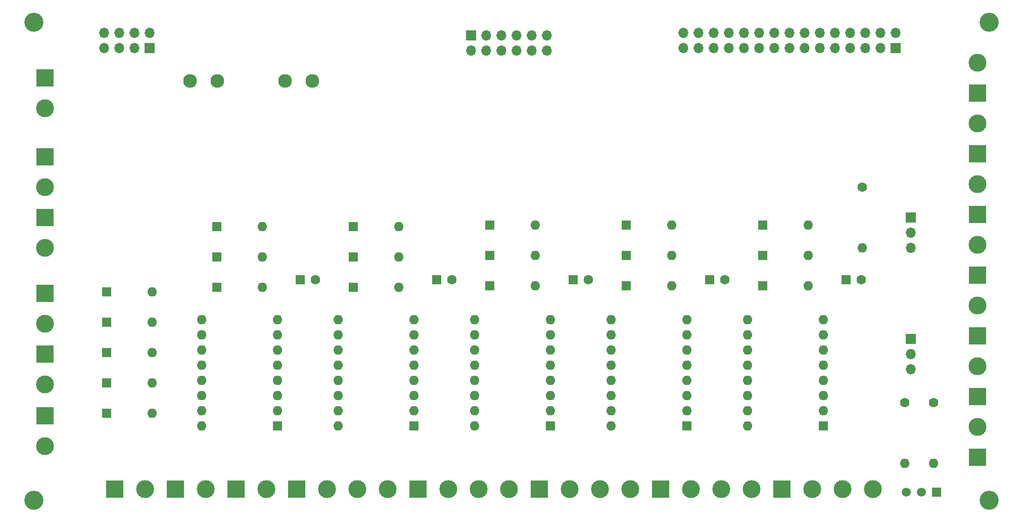
<source format=gbr>
%TF.GenerationSoftware,KiCad,Pcbnew,7.0.7*%
%TF.CreationDate,2024-01-02T15:01:59+01:00*%
%TF.ProjectId,periphery_5_drivers,70657269-7068-4657-9279-5f355f647269,rev?*%
%TF.SameCoordinates,Original*%
%TF.FileFunction,Soldermask,Bot*%
%TF.FilePolarity,Negative*%
%FSLAX46Y46*%
G04 Gerber Fmt 4.6, Leading zero omitted, Abs format (unit mm)*
G04 Created by KiCad (PCBNEW 7.0.7) date 2024-01-02 15:01:59*
%MOMM*%
%LPD*%
G01*
G04 APERTURE LIST*
%ADD10R,1.600000X1.600000*%
%ADD11C,1.600000*%
%ADD12O,1.600000X1.600000*%
%ADD13R,3.000000X3.000000*%
%ADD14C,3.000000*%
%ADD15C,3.200000*%
%ADD16R,1.700000X1.700000*%
%ADD17O,1.700000X1.700000*%
%ADD18R,1.500000X1.500000*%
%ADD19C,1.500000*%
%ADD20C,2.300000*%
G04 APERTURE END LIST*
D10*
%TO.C,C3*%
X159345621Y-89154000D03*
D11*
X161845621Y-89154000D03*
%TD*%
D10*
%TO.C,C4*%
X182205621Y-89154000D03*
D11*
X184705621Y-89154000D03*
%TD*%
D10*
%TO.C,SW8*%
X99660000Y-85344000D03*
D12*
X107280000Y-85344000D03*
%TD*%
D13*
%TO.C,J12*%
X92658000Y-124206000D03*
D14*
X97738000Y-124206000D03*
%TD*%
D10*
%TO.C,SW15*%
X191100000Y-90170000D03*
D12*
X198720000Y-90170000D03*
%TD*%
D10*
%TO.C,A1*%
X109770000Y-113580000D03*
D12*
X109770000Y-111040000D03*
X109770000Y-108500000D03*
X109770000Y-105960000D03*
X109770000Y-103420000D03*
X109770000Y-100880000D03*
X109770000Y-98340000D03*
X109770000Y-95800000D03*
X97070000Y-95800000D03*
X97070000Y-98340000D03*
X97070000Y-100880000D03*
X97070000Y-103420000D03*
X97070000Y-105960000D03*
X97070000Y-108500000D03*
X97070000Y-111040000D03*
X97070000Y-113580000D03*
%TD*%
D15*
%TO.C,H1*%
X229000000Y-46000000D03*
%TD*%
D10*
%TO.C,C5*%
X205065621Y-89154000D03*
D11*
X207565621Y-89154000D03*
%TD*%
D13*
%TO.C,J24*%
X153670000Y-124206000D03*
D14*
X158750000Y-124206000D03*
X163830000Y-124206000D03*
X168910000Y-124206000D03*
%TD*%
D13*
%TO.C,J22*%
X227076000Y-118872000D03*
D14*
X227076000Y-113792000D03*
%TD*%
D10*
%TO.C,SW19*%
X81153000Y-111504400D03*
D12*
X88773000Y-111504400D03*
%TD*%
D13*
%TO.C,J17*%
X227076000Y-68072000D03*
D14*
X227076000Y-62992000D03*
%TD*%
D10*
%TO.C,SW13*%
X191100000Y-80010000D03*
D12*
X198720000Y-80010000D03*
%TD*%
D16*
%TO.C,J8*%
X88392000Y-50342800D03*
D17*
X88392000Y-47802800D03*
X85852000Y-50342800D03*
X85852000Y-47802800D03*
X83312000Y-50342800D03*
X83312000Y-47802800D03*
X80772000Y-50342800D03*
X80772000Y-47802800D03*
%TD*%
D13*
%TO.C,J13*%
X70866000Y-111870000D03*
D14*
X70866000Y-116950000D03*
%TD*%
D16*
%TO.C,J2*%
X213360000Y-50342800D03*
D17*
X213360000Y-47802800D03*
X210820000Y-50342800D03*
X210820000Y-47802800D03*
X208280000Y-50342800D03*
X208280000Y-47802800D03*
X205740000Y-50342800D03*
X205740000Y-47802800D03*
X203200000Y-50342800D03*
X203200000Y-47802800D03*
X200660000Y-50342800D03*
X200660000Y-47802800D03*
X198120000Y-50342800D03*
X198120000Y-47802800D03*
X195580000Y-50342800D03*
X195580000Y-47802800D03*
X193040000Y-50342800D03*
X193040000Y-47802800D03*
X190500000Y-50342800D03*
X190500000Y-47802800D03*
X187960000Y-50342800D03*
X187960000Y-47802800D03*
X185420000Y-50342800D03*
X185420000Y-47802800D03*
X182880000Y-50342800D03*
X182880000Y-47802800D03*
X180340000Y-50342800D03*
X180340000Y-47802800D03*
X177800000Y-50342800D03*
X177800000Y-47802800D03*
%TD*%
D15*
%TO.C,H3*%
X69000000Y-126000000D03*
%TD*%
D11*
%TO.C,R3*%
X214884000Y-109728000D03*
D12*
X214884000Y-119888000D03*
%TD*%
D10*
%TO.C,A2*%
X132640000Y-113580000D03*
D12*
X132640000Y-111040000D03*
X132640000Y-108500000D03*
X132640000Y-105960000D03*
X132640000Y-103420000D03*
X132640000Y-100880000D03*
X132640000Y-98340000D03*
X132640000Y-95800000D03*
X119940000Y-95800000D03*
X119940000Y-98340000D03*
X119940000Y-100880000D03*
X119940000Y-103420000D03*
X119940000Y-105960000D03*
X119940000Y-108500000D03*
X119940000Y-111040000D03*
X119940000Y-113580000D03*
%TD*%
D16*
%TO.C,J23*%
X142240000Y-48260000D03*
D17*
X142240000Y-50800000D03*
X144780000Y-48260000D03*
X144780000Y-50800000D03*
X147320000Y-48260000D03*
X147320000Y-50800000D03*
X149860000Y-48260000D03*
X149860000Y-50800000D03*
X152400000Y-48260000D03*
X152400000Y-50800000D03*
X154940000Y-48260000D03*
X154940000Y-50800000D03*
%TD*%
D10*
%TO.C,SW6*%
X122520000Y-90410000D03*
D12*
X130140000Y-90410000D03*
%TD*%
D18*
%TO.C,Q1*%
X220218000Y-124714000D03*
D19*
X217678000Y-124714000D03*
X215138000Y-124714000D03*
%TD*%
D10*
%TO.C,SW12*%
X168240000Y-90170000D03*
D12*
X175860000Y-90170000D03*
%TD*%
D10*
%TO.C,A5*%
X155500000Y-113580000D03*
D12*
X155500000Y-111040000D03*
X155500000Y-108500000D03*
X155500000Y-105960000D03*
X155500000Y-103420000D03*
X155500000Y-100880000D03*
X155500000Y-98340000D03*
X155500000Y-95800000D03*
X142800000Y-95800000D03*
X142800000Y-98340000D03*
X142800000Y-100880000D03*
X142800000Y-103420000D03*
X142800000Y-105960000D03*
X142800000Y-108500000D03*
X142800000Y-111040000D03*
X142800000Y-113580000D03*
%TD*%
D13*
%TO.C,J6*%
X70866000Y-78740000D03*
D14*
X70866000Y-83820000D03*
%TD*%
D10*
%TO.C,SW5*%
X122513200Y-85344000D03*
D12*
X130133200Y-85344000D03*
%TD*%
D10*
%TO.C,SW21*%
X145380000Y-85090000D03*
D12*
X153000000Y-85090000D03*
%TD*%
D15*
%TO.C,H4*%
X69000000Y-46000000D03*
%TD*%
D10*
%TO.C,SW20*%
X145380000Y-80010000D03*
D12*
X153000000Y-80010000D03*
%TD*%
D10*
%TO.C,SW4*%
X122502900Y-80264000D03*
D12*
X130122900Y-80264000D03*
%TD*%
D10*
%TO.C,C1*%
X113625621Y-89154000D03*
D11*
X116125621Y-89154000D03*
%TD*%
D13*
%TO.C,J21*%
X227076000Y-88392000D03*
D14*
X227076000Y-83312000D03*
%TD*%
D16*
%TO.C,SW3*%
X215900000Y-78740000D03*
D17*
X215900000Y-81280000D03*
X215900000Y-83820000D03*
%TD*%
D15*
%TO.C,H2*%
X229000000Y-126000000D03*
%TD*%
D10*
%TO.C,SW22*%
X145380000Y-90170000D03*
D12*
X153000000Y-90170000D03*
%TD*%
D10*
%TO.C,SW18*%
X81153000Y-106426000D03*
D12*
X88773000Y-106426000D03*
%TD*%
D13*
%TO.C,J14*%
X102818000Y-124206000D03*
D14*
X107898000Y-124206000D03*
%TD*%
D10*
%TO.C,SW11*%
X168240000Y-85090000D03*
D12*
X175860000Y-85090000D03*
%TD*%
D10*
%TO.C,A3*%
X178360000Y-113580000D03*
D12*
X178360000Y-111040000D03*
X178360000Y-108500000D03*
X178360000Y-105960000D03*
X178360000Y-103420000D03*
X178360000Y-100880000D03*
X178360000Y-98340000D03*
X178360000Y-95800000D03*
X165660000Y-95800000D03*
X165660000Y-98340000D03*
X165660000Y-100880000D03*
X165660000Y-103420000D03*
X165660000Y-105960000D03*
X165660000Y-108500000D03*
X165660000Y-111040000D03*
X165660000Y-113580000D03*
%TD*%
D10*
%TO.C,SW2*%
X81153000Y-91184400D03*
D12*
X88773000Y-91184400D03*
%TD*%
D20*
%TO.C,F1*%
X115660000Y-55880000D03*
X111060000Y-55880000D03*
X99760000Y-55880000D03*
X95160000Y-55880000D03*
%TD*%
D10*
%TO.C,A4*%
X201220000Y-113580000D03*
D12*
X201220000Y-111040000D03*
X201220000Y-108500000D03*
X201220000Y-105960000D03*
X201220000Y-103420000D03*
X201220000Y-100880000D03*
X201220000Y-98340000D03*
X201220000Y-95800000D03*
X188520000Y-95800000D03*
X188520000Y-98340000D03*
X188520000Y-100880000D03*
X188520000Y-103420000D03*
X188520000Y-105960000D03*
X188520000Y-108500000D03*
X188520000Y-111040000D03*
X188520000Y-113580000D03*
%TD*%
D10*
%TO.C,C2*%
X136485621Y-89154000D03*
D11*
X138985621Y-89154000D03*
%TD*%
D13*
%TO.C,J4*%
X70866000Y-68580000D03*
D14*
X70866000Y-73660000D03*
%TD*%
D13*
%TO.C,J16*%
X227076000Y-57912000D03*
D14*
X227076000Y-52832000D03*
%TD*%
D10*
%TO.C,SW10*%
X168240000Y-80010000D03*
D12*
X175860000Y-80010000D03*
%TD*%
D10*
%TO.C,SW14*%
X191100000Y-85090000D03*
D12*
X198720000Y-85090000D03*
%TD*%
D13*
%TO.C,J5*%
X173990000Y-124206000D03*
D14*
X179070000Y-124206000D03*
X184150000Y-124206000D03*
X189230000Y-124206000D03*
%TD*%
D16*
%TO.C,SW1*%
X215900000Y-99060000D03*
D17*
X215900000Y-101600000D03*
X215900000Y-104140000D03*
%TD*%
D13*
%TO.C,J9*%
X70866000Y-91440000D03*
D14*
X70866000Y-96520000D03*
%TD*%
D13*
%TO.C,J7*%
X194310000Y-124206000D03*
D14*
X199390000Y-124206000D03*
X204470000Y-124206000D03*
X209550000Y-124206000D03*
%TD*%
D13*
%TO.C,J1*%
X113030000Y-124206000D03*
D14*
X118110000Y-124206000D03*
X123190000Y-124206000D03*
X128270000Y-124206000D03*
%TD*%
D10*
%TO.C,SW7*%
X99660000Y-80264000D03*
D12*
X107280000Y-80264000D03*
%TD*%
D13*
%TO.C,J19*%
X227076000Y-108712000D03*
D14*
X227076000Y-103632000D03*
%TD*%
D13*
%TO.C,J20*%
X227076000Y-98552000D03*
D14*
X227076000Y-93472000D03*
%TD*%
D13*
%TO.C,J10*%
X82498000Y-124206000D03*
D14*
X87578000Y-124206000D03*
%TD*%
D10*
%TO.C,SW16*%
X81153000Y-96264400D03*
D12*
X88773000Y-96264400D03*
%TD*%
D13*
%TO.C,J18*%
X227076000Y-78232000D03*
D14*
X227076000Y-73152000D03*
%TD*%
D11*
%TO.C,R2*%
X219710000Y-109728000D03*
D12*
X219710000Y-119888000D03*
%TD*%
D11*
%TO.C,R1*%
X207746600Y-73660000D03*
D12*
X207746600Y-83820000D03*
%TD*%
D10*
%TO.C,SW9*%
X99660000Y-90424000D03*
D12*
X107280000Y-90424000D03*
%TD*%
D13*
%TO.C,J26*%
X70866000Y-55372000D03*
D14*
X70866000Y-60452000D03*
%TD*%
D13*
%TO.C,J11*%
X70866000Y-101600000D03*
D14*
X70866000Y-106680000D03*
%TD*%
D13*
%TO.C,J3*%
X133350000Y-124206000D03*
D14*
X138430000Y-124206000D03*
X143510000Y-124206000D03*
X148590000Y-124206000D03*
%TD*%
D10*
%TO.C,SW17*%
X81153000Y-101344400D03*
D12*
X88773000Y-101344400D03*
%TD*%
M02*

</source>
